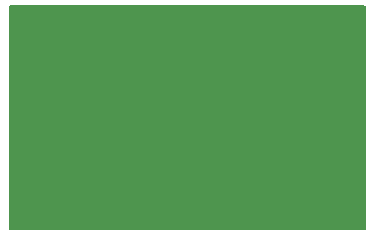
<source format=gbr>
%TF.GenerationSoftware,KiCad,Pcbnew,9.0.0*%
%TF.CreationDate,2025-07-25T23:50:21+02:00*%
%TF.ProjectId,xioboxconn_empty,78696f62-6f78-4636-9f6e-6e5f656d7074,rev?*%
%TF.SameCoordinates,PX73b0b30PY6adbf50*%
%TF.FileFunction,Copper,L3,Inr*%
%TF.FilePolarity,Positive*%
%FSLAX46Y46*%
G04 Gerber Fmt 4.6, Leading zero omitted, Abs format (unit mm)*
G04 Created by KiCad (PCBNEW 9.0.0) date 2025-07-25 23:50:21*
%MOMM*%
%LPD*%
G01*
G04 APERTURE LIST*
G04 APERTURE END LIST*
%TA.AperFunction,Conductor*%
%TO.N,GND*%
G36*
X30296039Y19030315D02*
G01*
X30341794Y18977511D01*
X30353000Y18926000D01*
X30353000Y124000D01*
X30333315Y56961D01*
X30280511Y11206D01*
X30229000Y0D01*
X251000Y0D01*
X183961Y19685D01*
X138206Y72489D01*
X127000Y124000D01*
X127000Y18926000D01*
X146685Y18993039D01*
X199489Y19038794D01*
X251000Y19050000D01*
X30229000Y19050000D01*
X30296039Y19030315D01*
G37*
%TD.AperFunction*%
%TD*%
M02*

</source>
